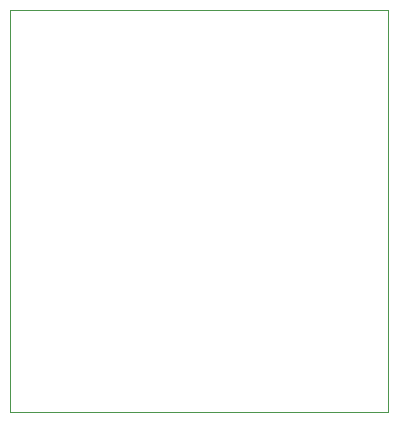
<source format=gbr>
%TF.GenerationSoftware,KiCad,Pcbnew,8.0.2*%
%TF.CreationDate,2025-01-11T01:25:54-03:00*%
%TF.ProjectId,PD,50442e6b-6963-4616-945f-706362585858,rev?*%
%TF.SameCoordinates,Original*%
%TF.FileFunction,Profile,NP*%
%FSLAX46Y46*%
G04 Gerber Fmt 4.6, Leading zero omitted, Abs format (unit mm)*
G04 Created by KiCad (PCBNEW 8.0.2) date 2025-01-11 01:25:54*
%MOMM*%
%LPD*%
G01*
G04 APERTURE LIST*
%TA.AperFunction,Profile*%
%ADD10C,0.050000*%
%TD*%
G04 APERTURE END LIST*
D10*
X100000000Y-60000000D02*
X132000000Y-60000000D01*
X132000000Y-94000000D01*
X100000000Y-94000000D01*
X100000000Y-60000000D01*
M02*

</source>
